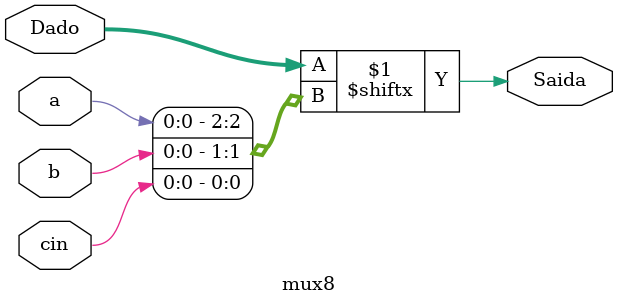
<source format=sv>
module mux8(
input [7:0] Dado,
input a,
input b,
input cin,
output Saida
);
assign Saida = Dado[{a, b, cin}];
endmodule
</source>
